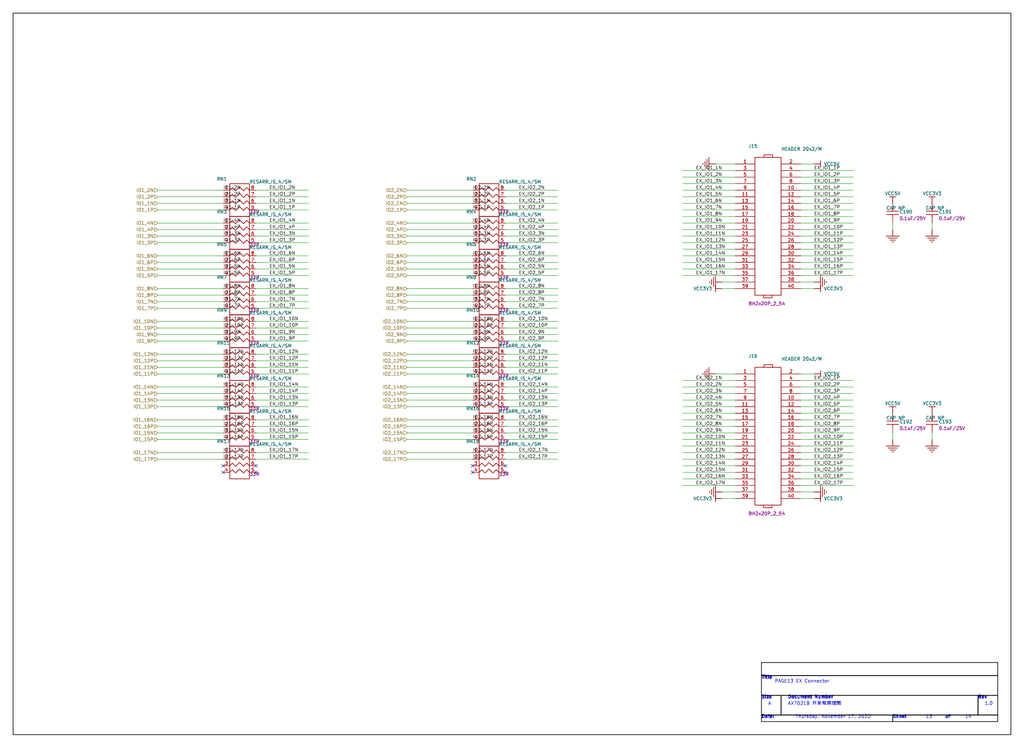
<source format=kicad_sch>
(kicad_sch (version 20231120) (generator "eeschema") (generator_version "8.0")
  (paper "User" 396.24 289.56)
  (title_block (title "PAGE13 EX Connector"))
  (no_connect (at 99.06 180.34))
  (no_connect (at 182.88 182.88))
  (no_connect (at 86.36 182.88))
  (no_connect (at 99.06 182.88))
  (no_connect (at 182.88 180.34))
  (no_connect (at 195.58 180.34))
  (no_connect (at 195.58 182.88))
  (no_connect (at 86.36 180.34))
  (wire (pts (xy 195.58 152.4) (xy 215.9 152.4)))
  (wire (pts (xy 182.88 129.54) (xy 157.48 129.54)))
  (wire (pts (xy 314.96 193.04) (xy 309.88 193.04)))
  (wire (pts (xy 314.96 63.5) (xy 309.88 63.5)))
  (wire (pts (xy 264.16 185.42) (xy 284.48 185.42)))
  (wire (pts (xy 86.36 101.6) (xy 60.96 101.6)))
  (wire (pts (xy 309.88 185.42) (xy 330.2 185.42)))
  (wire (pts (xy 264.16 160.02) (xy 284.48 160.02)))
  (wire (pts (xy 264.16 91.44) (xy 284.48 91.44)))
  (wire (pts (xy 284.48 144.78) (xy 276.86 144.78)))
  (wire (pts (xy 86.36 106.68) (xy 60.96 106.68)))
  (wire (pts (xy 195.58 81.28) (xy 215.9 81.28)))
  (wire (pts (xy 86.36 99.06) (xy 60.96 99.06)))
  (wire (pts (xy 345.44 88.9) (xy 345.44 86.36)))
  (wire (pts (xy 264.16 187.96) (xy 284.48 187.96)))
  (wire (pts (xy 182.88 119.38) (xy 157.48 119.38)))
  (wire (pts (xy 264.16 66.04) (xy 284.48 66.04)))
  (wire (pts (xy 182.88 152.4) (xy 157.48 152.4)))
  (wire (pts (xy 99.06 177.8) (xy 119.38 177.8)))
  (wire (pts (xy 86.36 149.86) (xy 60.96 149.86)))
  (wire (pts (xy 182.88 101.6) (xy 157.48 101.6)))
  (wire (pts (xy 99.06 116.84) (xy 119.38 116.84)))
  (wire (pts (xy 195.58 91.44) (xy 215.9 91.44)))
  (wire (pts (xy 309.88 93.98) (xy 330.2 93.98)))
  (wire (pts (xy 264.16 147.32) (xy 284.48 147.32)))
  (wire (pts (xy 182.88 91.44) (xy 157.48 91.44)))
  (wire (pts (xy 99.06 137.16) (xy 119.38 137.16)))
  (wire (pts (xy 182.88 167.64) (xy 157.48 167.64)))
  (wire (pts (xy 99.06 124.46) (xy 119.38 124.46)))
  (wire (pts (xy 195.58 129.54) (xy 215.9 129.54)))
  (wire (pts (xy 99.06 99.06) (xy 119.38 99.06)))
  (wire (pts (xy 182.88 86.36) (xy 157.48 86.36)))
  (wire (pts (xy 86.36 139.7) (xy 60.96 139.7)))
  (wire (pts (xy 195.58 116.84) (xy 215.9 116.84)))
  (wire (pts (xy 182.88 142.24) (xy 157.48 142.24)))
  (wire (pts (xy 86.36 165.1) (xy 60.96 165.1)))
  (wire (pts (xy 182.88 124.46) (xy 157.48 124.46)))
  (wire (pts (xy 86.36 116.84) (xy 60.96 116.84)))
  (wire (pts (xy 309.88 160.02) (xy 330.2 160.02)))
  (wire (pts (xy 195.58 104.14) (xy 215.9 104.14)))
  (wire (pts (xy 264.16 152.4) (xy 284.48 152.4)))
  (wire (pts (xy 86.36 152.4) (xy 60.96 152.4)))
  (wire (pts (xy 284.48 111.76) (xy 279.4 111.76)))
  (wire (pts (xy 86.36 76.2) (xy 60.96 76.2)))
  (wire (pts (xy 182.88 88.9) (xy 157.48 88.9)))
  (wire (pts (xy 182.88 132.08) (xy 157.48 132.08)))
  (wire (pts (xy 99.06 88.9) (xy 119.38 88.9)))
  (wire (pts (xy 86.36 86.36) (xy 60.96 86.36)))
  (wire (pts (xy 182.88 116.84) (xy 157.48 116.84)))
  (wire (pts (xy 309.88 152.4) (xy 330.2 152.4)))
  (wire (pts (xy 264.16 172.72) (xy 284.48 172.72)))
  (wire (pts (xy 99.06 157.48) (xy 119.38 157.48)))
  (wire (pts (xy 264.16 76.2) (xy 284.48 76.2)))
  (wire (pts (xy 99.06 165.1) (xy 119.38 165.1)))
  (wire (pts (xy 195.58 175.26) (xy 215.9 175.26)))
  (wire (pts (xy 86.36 81.28) (xy 60.96 81.28)))
  (wire (pts (xy 264.16 78.74) (xy 284.48 78.74)))
  (wire (pts (xy 309.88 167.64) (xy 330.2 167.64)))
  (wire (pts (xy 86.36 111.76) (xy 60.96 111.76)))
  (wire (pts (xy 182.88 76.2) (xy 157.48 76.2)))
  (wire (pts (xy 86.36 114.3) (xy 60.96 114.3)))
  (wire (pts (xy 86.36 91.44) (xy 60.96 91.44)))
  (wire (pts (xy 99.06 78.74) (xy 119.38 78.74)))
  (wire (pts (xy 284.48 193.04) (xy 279.4 193.04)))
  (wire (pts (xy 314.96 144.78) (xy 309.88 144.78)))
  (wire (pts (xy 195.58 154.94) (xy 215.9 154.94)))
  (wire (pts (xy 264.16 149.86) (xy 284.48 149.86)))
  (wire (pts (xy 309.88 157.48) (xy 330.2 157.48)))
  (wire (pts (xy 309.88 165.1) (xy 330.2 165.1)))
  (wire (pts (xy 309.88 177.8) (xy 330.2 177.8)))
  (wire (pts (xy 195.58 106.68) (xy 215.9 106.68)))
  (wire (pts (xy 195.58 101.6) (xy 215.9 101.6)))
  (wire (pts (xy 309.88 149.86) (xy 330.2 149.86)))
  (wire (pts (xy 264.16 96.52) (xy 284.48 96.52)))
  (wire (pts (xy 264.16 81.28) (xy 284.48 81.28)))
  (wire (pts (xy 99.06 111.76) (xy 119.38 111.76)))
  (wire (pts (xy 309.88 170.18) (xy 330.2 170.18)))
  (wire (pts (xy 195.58 119.38) (xy 215.9 119.38)))
  (wire (pts (xy 99.06 127) (xy 119.38 127)))
  (wire (pts (xy 86.36 170.18) (xy 60.96 170.18)))
  (wire (pts (xy 264.16 165.1) (xy 284.48 165.1)))
  (wire (pts (xy 264.16 162.56) (xy 284.48 162.56)))
  (wire (pts (xy 264.16 86.36) (xy 284.48 86.36)))
  (wire (pts (xy 309.88 182.88) (xy 330.2 182.88)))
  (wire (pts (xy 264.16 170.18) (xy 284.48 170.18)))
  (wire (pts (xy 264.16 154.94) (xy 284.48 154.94)))
  (wire (pts (xy 86.36 119.38) (xy 60.96 119.38)))
  (wire (pts (xy 99.06 139.7) (xy 119.38 139.7)))
  (wire (pts (xy 195.58 127) (xy 215.9 127)))
  (wire (pts (xy 86.36 142.24) (xy 60.96 142.24)))
  (wire (pts (xy 86.36 88.9) (xy 60.96 88.9)))
  (wire (pts (xy 182.88 78.74) (xy 157.48 78.74)))
  (wire (pts (xy 195.58 124.46) (xy 215.9 124.46)))
  (wire (pts (xy 195.58 93.98) (xy 215.9 93.98)))
  (wire (pts (xy 195.58 114.3) (xy 215.9 114.3)))
  (wire (pts (xy 309.88 83.82) (xy 330.2 83.82)))
  (wire (pts (xy 309.88 101.6) (xy 330.2 101.6)))
  (wire (pts (xy 182.88 154.94) (xy 157.48 154.94)))
  (wire (pts (xy 86.36 162.56) (xy 60.96 162.56)))
  (wire (pts (xy 264.16 83.82) (xy 284.48 83.82)))
  (wire (pts (xy 86.36 127) (xy 60.96 127)))
  (wire (pts (xy 195.58 139.7) (xy 215.9 139.7)))
  (wire (pts (xy 264.16 73.66) (xy 284.48 73.66)))
  (wire (pts (xy 309.88 78.74) (xy 330.2 78.74)))
  (wire (pts (xy 264.16 175.26) (xy 284.48 175.26)))
  (wire (pts (xy 195.58 88.9) (xy 215.9 88.9)))
  (wire (pts (xy 99.06 119.38) (xy 119.38 119.38)))
  (wire (pts (xy 86.36 132.08) (xy 60.96 132.08)))
  (wire (pts (xy 182.88 114.3) (xy 157.48 114.3)))
  (wire (pts (xy 99.06 154.94) (xy 119.38 154.94)))
  (wire (pts (xy 86.36 175.26) (xy 60.96 175.26)))
  (wire (pts (xy 195.58 157.48) (xy 215.9 157.48)))
  (wire (pts (xy 182.88 139.7) (xy 157.48 139.7)))
  (wire (pts (xy 182.88 170.18) (xy 157.48 170.18)))
  (wire (pts (xy 195.58 167.64) (xy 215.9 167.64)))
  (wire (pts (xy 264.16 180.34) (xy 284.48 180.34)))
  (wire (pts (xy 99.06 81.28) (xy 119.38 81.28)))
  (wire (pts (xy 309.88 66.04) (xy 330.2 66.04)))
  (wire (pts (xy 182.88 144.78) (xy 157.48 144.78)))
  (wire (pts (xy 309.88 106.68) (xy 330.2 106.68)))
  (wire (pts (xy 195.58 177.8) (xy 215.9 177.8)))
  (wire (pts (xy 182.88 157.48) (xy 157.48 157.48)))
  (wire (pts (xy 309.88 81.28) (xy 330.2 81.28)))
  (wire (pts (xy 99.06 152.4) (xy 119.38 152.4)))
  (wire (pts (xy 86.36 144.78) (xy 60.96 144.78)))
  (wire (pts (xy 309.88 99.06) (xy 330.2 99.06)))
  (wire (pts (xy 99.06 142.24) (xy 119.38 142.24)))
  (wire (pts (xy 86.36 93.98) (xy 60.96 93.98)))
  (wire (pts (xy 99.06 129.54) (xy 119.38 129.54)))
  (wire (pts (xy 182.88 175.26) (xy 157.48 175.26)))
  (wire (pts (xy 195.58 73.66) (xy 215.9 73.66)))
  (wire (pts (xy 86.36 137.16) (xy 60.96 137.16)))
  (wire (pts (xy 314.96 109.22) (xy 309.88 109.22)))
  (wire (pts (xy 309.88 88.9) (xy 330.2 88.9)))
  (wire (pts (xy 309.88 172.72) (xy 330.2 172.72)))
  (wire (pts (xy 309.88 86.36) (xy 330.2 86.36)))
  (wire (pts (xy 284.48 190.5) (xy 279.4 190.5)))
  (wire (pts (xy 309.88 154.94) (xy 330.2 154.94)))
  (wire (pts (xy 264.16 104.14) (xy 284.48 104.14)))
  (wire (pts (xy 99.06 76.2) (xy 119.38 76.2)))
  (wire (pts (xy 99.06 162.56) (xy 119.38 162.56)))
  (wire (pts (xy 264.16 68.58) (xy 284.48 68.58)))
  (wire (pts (xy 195.58 165.1) (xy 215.9 165.1)))
  (wire (pts (xy 99.06 149.86) (xy 119.38 149.86)))
  (wire (pts (xy 99.06 101.6) (xy 119.38 101.6)))
  (wire (pts (xy 314.96 190.5) (xy 309.88 190.5)))
  (wire (pts (xy 314.96 111.76) (xy 309.88 111.76)))
  (wire (pts (xy 99.06 167.64) (xy 119.38 167.64)))
  (wire (pts (xy 309.88 76.2) (xy 330.2 76.2)))
  (wire (pts (xy 195.58 86.36) (xy 215.9 86.36)))
  (wire (pts (xy 309.88 187.96) (xy 330.2 187.96)))
  (wire (pts (xy 264.16 99.06) (xy 284.48 99.06)))
  (wire (pts (xy 99.06 106.68) (xy 119.38 106.68)))
  (wire (pts (xy 182.88 104.14) (xy 157.48 104.14)))
  (wire (pts (xy 99.06 175.26) (xy 119.38 175.26)))
  (wire (pts (xy 99.06 144.78) (xy 119.38 144.78)))
  (wire (pts (xy 309.88 71.12) (xy 330.2 71.12)))
  (wire (pts (xy 182.88 149.86) (xy 157.48 149.86)))
  (wire (pts (xy 309.88 68.58) (xy 330.2 68.58)))
  (wire (pts (xy 99.06 86.36) (xy 119.38 86.36)))
  (wire (pts (xy 86.36 124.46) (xy 60.96 124.46)))
  (wire (pts (xy 182.88 99.06) (xy 157.48 99.06)))
  (wire (pts (xy 182.88 81.28) (xy 157.48 81.28)))
  (wire (pts (xy 182.88 73.66) (xy 157.48 73.66)))
  (wire (pts (xy 360.68 170.18) (xy 360.68 167.64)))
  (wire (pts (xy 309.88 91.44) (xy 330.2 91.44)))
  (wire (pts (xy 182.88 177.8) (xy 157.48 177.8)))
  (wire (pts (xy 195.58 142.24) (xy 215.9 142.24)))
  (wire (pts (xy 182.88 165.1) (xy 157.48 165.1)))
  (wire (pts (xy 195.58 78.74) (xy 215.9 78.74)))
  (wire (pts (xy 195.58 170.18) (xy 215.9 170.18)))
  (wire (pts (xy 182.88 137.16) (xy 157.48 137.16)))
  (wire (pts (xy 264.16 71.12) (xy 284.48 71.12)))
  (wire (pts (xy 264.16 157.48) (xy 284.48 157.48)))
  (wire (pts (xy 195.58 111.76) (xy 215.9 111.76)))
  (wire (pts (xy 99.06 170.18) (xy 119.38 170.18)))
  (wire (pts (xy 86.36 167.64) (xy 60.96 167.64)))
  (wire (pts (xy 309.88 175.26) (xy 330.2 175.26)))
  (wire (pts (xy 309.88 104.14) (xy 330.2 104.14)))
  (wire (pts (xy 264.16 106.68) (xy 284.48 106.68)))
  (wire (pts (xy 264.16 88.9) (xy 284.48 88.9)))
  (wire (pts (xy 264.16 177.8) (xy 284.48 177.8)))
  (wire (pts (xy 309.88 96.52) (xy 330.2 96.52)))
  (wire (pts (xy 309.88 73.66) (xy 330.2 73.66)))
  (wire (pts (xy 182.88 162.56) (xy 157.48 162.56)))
  (wire (pts (xy 99.06 104.14) (xy 119.38 104.14)))
  (wire (pts (xy 345.44 170.18) (xy 345.44 167.64)))
  (wire (pts (xy 86.36 73.66) (xy 60.96 73.66)))
  (wire (pts (xy 309.88 180.34) (xy 330.2 180.34)))
  (wire (pts (xy 182.88 127) (xy 157.48 127)))
  (wire (pts (xy 360.68 88.9) (xy 360.68 86.36)))
  (wire (pts (xy 86.36 154.94) (xy 60.96 154.94)))
  (wire (pts (xy 264.16 101.6) (xy 284.48 101.6)))
  (wire (pts (xy 99.06 132.08) (xy 119.38 132.08)))
  (wire (pts (xy 195.58 144.78) (xy 215.9 144.78)))
  (wire (pts (xy 195.58 132.08) (xy 215.9 132.08)))
  (wire (pts (xy 86.36 104.14) (xy 60.96 104.14)))
  (wire (pts (xy 264.16 182.88) (xy 284.48 182.88)))
  (wire (pts (xy 195.58 76.2) (xy 215.9 76.2)))
  (wire (pts (xy 86.36 177.8) (xy 60.96 177.8)))
  (wire (pts (xy 182.88 93.98) (xy 157.48 93.98)))
  (wire (pts (xy 99.06 93.98) (xy 119.38 93.98)))
  (wire (pts (xy 195.58 162.56) (xy 215.9 162.56)))
  (wire (pts (xy 86.36 129.54) (xy 60.96 129.54)))
  (wire (pts (xy 195.58 99.06) (xy 215.9 99.06)))
  (wire (pts (xy 182.88 106.68) (xy 157.48 106.68)))
  (wire (pts (xy 86.36 157.48) (xy 60.96 157.48)))
  (wire (pts (xy 284.48 63.5) (xy 276.86 63.5)))
  (wire (pts (xy 182.88 111.76) (xy 157.48 111.76)))
  (wire (pts (xy 86.36 78.74) (xy 60.96 78.74)))
  (wire (pts (xy 195.58 149.86) (xy 215.9 149.86)))
  (wire (pts (xy 309.88 162.56) (xy 330.2 162.56)))
  (wire (pts (xy 99.06 73.66) (xy 119.38 73.66)))
  (wire (pts (xy 284.48 109.22) (xy 279.4 109.22)))
  (wire (pts (xy 264.16 167.64) (xy 284.48 167.64)))
  (wire (pts (xy 264.16 93.98) (xy 284.48 93.98)))
  (wire (pts (xy 99.06 114.3) (xy 119.38 114.3)))
  (wire (pts (xy 309.88 147.32) (xy 330.2 147.32)))
  (wire (pts (xy 195.58 137.16) (xy 215.9 137.16)))
  (wire (pts (xy 99.06 91.44) (xy 119.38 91.44)))
  (rectangle (start 386.08 276.86) (end 345.44 279.4) (stroke (width 0.254) (color 0 0 0 1)))
  (rectangle (start 302.26 269.24) (end 294.64 276.86) (stroke (width 0.254) (color 0 0 0 1)))
  (rectangle (start 391.16 5.08) (end 5.08 284.48) (stroke (width 0.254) (color 0 0 0 1)))
  (rectangle (start 345.44 276.86) (end 294.64 279.4) (stroke (width 0.254) (color 0 0 0 1)))
  (rectangle (start 386.08 269.24) (end 378.46 276.86) (stroke (width 0.254) (color 0 0 0 1)))
  (rectangle (start 378.46 269.24) (end 302.26 276.86) (stroke (width 0.254) (color 0 0 0 1)))
  (rectangle (start 386.08 256.54) (end 294.64 261.62) (stroke (width 0.254) (color 0 0 0 1)))
  (rectangle (start 386.08 261.62) (end 294.64 269.24) (stroke (width 0.254) (color 0 0 0 1)))
  (text "Size" (at 294.64 269.24 0) (effects (font (size 1.27 1.27)) (justify left top)))
  (text "Document Number" (at 304.8 269.24 0) (effects (font (size 1.27 1.27)) (justify left top)))
  (text "of" (at 365.76 276.86 0) (effects (font (size 1.27 1.27)) (justify left top)))
  (text "of" (at 365.76 276.86 0) (effects (font (size 1.27 1.27)) (justify left top)))
  (text "Rev" (at 378.46 269.24 0) (effects (font (size 1.27 1.27)) (justify left top)))
  (text "Title" (at 294.64 261.62 0) (effects (font (size 1.27 1.27)) (justify left top)))
  (text "Document Number" (at 304.8 269.24 0) (effects (font (size 1.27 1.27)) (justify left top)))
  (text "Title" (at 294.64 261.62 0) (effects (font (size 1.27 1.27)) (justify left top)))
  (text "Date:" (at 294.64 276.86 0) (effects (font (size 1.27 1.27)) (justify left top)))
  (text "Document Number" (at 304.8 269.24 0) (effects (font (size 1.27 1.27)) (justify left top)))
  (text "Title" (at 294.64 261.62 0) (effects (font (size 1.27 1.27)) (justify left top)))
  (text "Document Number" (at 304.8 269.24 0) (effects (font (size 1.27 1.27)) (justify left top)))
  (text "Size" (at 294.64 269.24 0) (effects (font (size 1.27 1.27)) (justify left top)))
  (text "Size" (at 294.64 269.24 0) (effects (font (size 1.27 1.27)) (justify left top)))
  (text "Sheet" (at 345.44 276.86 0) (effects (font (size 1.27 1.27)) (justify left top)))
  (text "Date:" (at 294.64 276.86 0) (effects (font (size 1.27 1.27)) (justify left top)))
  (text "Size" (at 294.64 269.24 0) (effects (font (size 1.27 1.27)) (justify left top)))
  (text "Sheet" (at 345.44 276.86 0) (effects (font (size 1.27 1.27)) (justify left top)))
  (text "Rev" (at 378.46 269.24 0) (effects (font (size 1.27 1.27)) (justify left top)))
  (text "Size" (at 294.64 269.24 0) (effects (font (size 1.27 1.27)) (justify left top)))
  (text "Sheet" (at 345.44 276.86 0) (effects (font (size 1.27 1.27)) (justify left top)))
  (text "Date:" (at 294.64 276.86 0) (effects (font (size 1.27 1.27)) (justify left top)))
  (text "Date:" (at 294.64 276.86 0) (effects (font (size 1.27 1.27)) (justify left top)))
  (text "Size" (at 294.64 269.24 0) (effects (font (size 1.27 1.27)) (justify left top)))
  (text "Sheet" (at 345.44 276.86 0) (effects (font (size 1.27 1.27)) (justify left top)))
  (text "Document Number" (at 304.8 269.24 0) (effects (font (size 1.27 1.27)) (justify left top)))
  (text "of" (at 365.76 276.86 0) (effects (font (size 1.27 1.27)) (justify left top)))
  (text "Rev" (at 378.46 269.24 0) (effects (font (size 1.27 1.27)) (justify left top)))
  (text "PAGE13 EX Connector" (at 299.72 263.144 0) (effects (font (size 1.27 1.27)) (justify left top)))
  (text "Date:" (at 294.64 276.86 0) (effects (font (size 1.27 1.27)) (justify left top)))
  (text "of" (at 365.76 276.86 0) (effects (font (size 1.27 1.27)) (justify left top)))
  (text "of" (at 365.76 276.86 0) (effects (font (size 1.27 1.27)) (justify left top)))
  (text "Sheet" (at 345.44 276.86 0) (effects (font (size 1.27 1.27)) (justify left top)))
  (text "Size" (at 294.64 269.24 0) (effects (font (size 1.27 1.27)) (justify left top)))
  (text "Size" (at 294.64 269.24 0) (effects (font (size 1.27 1.27)) (justify left top)))
  (text "Sheet" (at 345.44 276.86 0) (effects (font (size 1.27 1.27)) (justify left top)))
  (text "Sheet" (at 345.44 276.86 0) (effects (font (size 1.27 1.27)) (justify left top)))
  (text "Rev" (at 378.46 269.24 0) (effects (font (size 1.27 1.27)) (justify left top)))
  (text "13" (at 358.14 276.86 0) (effects (font (size 1.27 1.27)) (justify left top)))
  (text "Sheet" (at 345.44 276.86 0) (effects (font (size 1.27 1.27)) (justify left top)))
  (text "Document Number" (at 304.8 269.24 0) (effects (font (size 1.27 1.27)) (justify left top)))
  (text "of" (at 365.76 276.86 0) (effects (font (size 1.27 1.27)) (justify left top)))
  (text "Rev" (at 378.46 269.24 0) (effects (font (size 1.27 1.27)) (justify left top)))
  (text "Sheet" (at 345.44 276.86 0) (effects (font (size 1.27 1.27)) (justify left top)))
  (text "Size" (at 294.64 269.24 0) (effects (font (size 1.27 1.27)) (justify left top)))
  (text "Document Number" (at 304.8 269.24 0) (effects (font (size 1.27 1.27)) (justify left top)))
  (text "of" (at 365.76 276.86 0) (effects (font (size 1.27 1.27)) (justify left top)))
  (text "Document Number" (at 304.8 269.24 0) (effects (font (size 1.27 1.27)) (justify left top)))
  (text "Title" (at 294.64 261.62 0) (effects (font (size 1.27 1.27)) (justify left top)))
  (text "Title" (at 294.64 261.62 0) (effects (font (size 1.27 1.27)) (justify left top)))
  (text "of" (at 365.76 276.86 0) (effects (font (size 1.27 1.27)) (justify left top)))
  (text "Document Number" (at 304.8 269.24 0) (effects (font (size 1.27 1.27)) (justify left top)))
  (text "of" (at 365.76 276.86 0) (effects (font (size 1.27 1.27)) (justify left top)))
  (text "Document Number" (at 304.8 269.24 0) (effects (font (size 1.27 1.27)) (justify left top)))
  (text "Date:" (at 294.64 276.86 0) (effects (font (size 1.27 1.27)) (justify left top)))
  (text "Document Number" (at 304.8 269.24 0) (effects (font (size 1.27 1.27)) (justify left top)))
  (text "of" (at 365.76 276.86 0) (effects (font (size 1.27 1.27)) (justify left top)))
  (text "1.0" (at 381 271.78 0) (effects (font (size 1.27 1.27)) (justify left top)))
  (text "Title" (at 294.64 261.62 0) (effects (font (size 1.27 1.27)) (justify left top)))
  (text "of" (at 365.76 276.86 0) (effects (font (size 1.27 1.27)) (justify left top)))
  (text "Date:" (at 294.64 276.86 0) (effects (font (size 1.27 1.27)) (justify left top)))
  (text "Title" (at 294.64 261.62 0) (effects (font (size 1.27 1.27)) (justify left top)))
  (text "Sheet" (at 345.44 276.86 0) (effects (font (size 1.27 1.27)) (justify left top)))
  (text "Document Number" (at 304.8 269.24 0) (effects (font (size 1.27 1.27)) (justify left top)))
  (text "Title" (at 294.64 261.62 0) (effects (font (size 1.27 1.27)) (justify left top)))
  (text "Sheet" (at 345.44 276.86 0) (effects (font (size 1.27 1.27)) (justify left top)))
  (text "Sheet" (at 345.44 276.86 0) (effects (font (size 1.27 1.27)) (justify left top)))
  (text "Title" (at 294.64 261.62 0) (effects (font (size 1.27 1.27)) (justify left top)))
  (text "Rev" (at 378.46 269.24 0) (effects (font (size 1.27 1.27)) (justify left top)))
  (text "Date:" (at 294.64 276.86 0) (effects (font (size 1.27 1.27)) (justify left top)))
  (text "Date:" (at 294.64 276.86 0) (effects (font (size 1.27 1.27)) (justify left top)))
  (text "Date:" (at 294.64 276.86 0) (effects (font (size 1.27 1.27)) (justify left top)))
  (text "Rev" (at 378.46 269.24 0) (effects (font (size 1.27 1.27)) (justify left top)))
  (text "Title" (at 294.64 261.62 0) (effects (font (size 1.27 1.27)) (justify left top)))
  (text "of" (at 365.76 276.86 0) (effects (font (size 1.27 1.27)) (justify left top)))
  (text "Size" (at 294.64 269.24 0) (effects (font (size 1.27 1.27)) (justify left top)))
  (text "Rev" (at 378.46 269.24 0) (effects (font (size 1.27 1.27)) (justify left top)))
  (text "Title" (at 294.64 261.62 0) (effects (font (size 1.27 1.27)) (justify left top)))
  (text "Size" (at 294.64 269.24 0) (effects (font (size 1.27 1.27)) (justify left top)))
  (text "Sheet" (at 345.44 276.86 0) (effects (font (size 1.27 1.27)) (justify left top)))
  (text "Title" (at 294.64 261.62 0) (effects (font (size 1.27 1.27)) (justify left top)))
  (text "AX7021B 开发板原理图" (at 304.8 271.78 0) (effects (font (size 1.27 1.27)) (justify left top)))
  (text "Document Number" (at 304.8 269.24 0) (effects (font (size 1.27 1.27)) (justify left top)))
  (text "Date:" (at 294.64 276.86 0) (effects (font (size 1.27 1.27)) (justify left top)))
  (text "Date:" (at 294.64 276.86 0) (effects (font (size 1.27 1.27)) (justify left top)))
  (text "Rev" (at 378.46 269.24 0) (effects (font (size 1.27 1.27)) (justify left top)))
  (text "Size" (at 294.64 269.24 0) (effects (font (size 1.27 1.27)) (justify left top)))
  (text "Title" (at 294.64 261.62 0) (effects (font (size 1.27 1.27)) (justify left top)))
  (text "Thursday, November 17, 2022" (at 307.848 276.86 0) (effects (font (size 1.27 1.27)) (justify left top)))
  (text "Rev" (at 378.46 269.24 0) (effects (font (size 1.27 1.27)) (justify left top)))
  (text "of" (at 365.76 276.86 0) (effects (font (size 1.27 1.27)) (justify left top)))
  (text "Rev" (at 378.46 269.24 0) (effects (font (size 1.27 1.27)) (justify left top)))
  (text "Rev" (at 378.46 269.24 0) (effects (font (size 1.27 1.27)) (justify left top)))
  (text "Size" (at 294.64 269.24 0) (effects (font (size 1.27 1.27)) (justify left top)))
  (text "Date:" (at 294.64 276.86 0) (effects (font (size 1.27 1.27)) (justify left top)))
  (text "Rev" (at 378.46 269.24 0) (effects (font (size 1.27 1.27)) (justify left top)))
  (text "A" (at 297.18 271.78 0) (effects (font (size 1.27 1.27)) (justify left top)))
  (text "14" (at 373.38 276.86 0) (effects (font (size 1.27 1.27)) (justify left top)))
  (label "EX_IO2_16P" (at 314.96 185.42 0))
  (label "EX_IO1_1N" (at 104.14 78.74 0))
  (label "EX_IO2_11N" (at 200.66 142.24 0))
  (label "EX_IO1_14P" (at 104.14 152.4 0))
  (label "EX_IO2_3P" (at 200.66 93.98 0))
  (label "EX_IO1_6N" (at 104.14 99.06 0))
  (label "IO2_7P" (at 182.88 119.38 0))
  (label "EX_IO1_15N" (at 269.24 101.6 0))
  (label "EX_IO1_1N" (at 269.24 66.04 0))
  (label "IO1_2N" (at 86.36 73.66 0))
  (label "EX_IO1_9P" (at 104.14 132.08 0))
  (label "EX_IO1_11P" (at 104.14 144.78 0))
  (label "IO1_6P" (at 86.36 101.6 0))
  (label "EX_IO1_12P" (at 314.96 93.98 0))
  (label "IO2_15P" (at 182.88 170.18 0))
  (label "EX_IO1_12N" (at 104.14 137.16 0))
  (label "IO2_6P" (at 182.88 101.6 0))
  (label "EX_IO2_3P" (at 314.96 152.4 0))
  (label "EX_IO2_4P" (at 200.66 88.9 0))
  (label "IO2_2P" (at 182.88 76.2 0))
  (label "IO2_1P" (at 182.88 81.28 0))
  (label "IO2_2N" (at 182.88 73.66 0))
  (label "IO2_16P" (at 182.88 165.1 0))
  (label "IO1_14N" (at 86.36 149.86 0))
  (label "IO1_12P" (at 86.36 139.7 0))
  (label "EX_IO1_16P" (at 104.14 165.1 0))
  (label "IO1_4N" (at 86.36 86.36 0))
  (label "EX_IO1_14P" (at 314.96 99.06 0))
  (label "IO2_5N" (at 182.88 104.14 0))
  (label "EX_IO1_10P" (at 314.96 88.9 0))
  (label "EX_IO2_15N" (at 200.66 167.64 0))
  (label "EX_IO2_16P" (at 200.66 165.1 0))
  (label "EX_IO2_15N" (at 269.24 182.88 0))
  (label "EX_IO2_12P" (at 200.66 139.7 0))
  (label "IO2_8N" (at 182.88 111.76 0))
  (label "EX_IO1_6P" (at 104.14 101.6 0))
  (label "EX_IO2_5N" (at 200.66 104.14 0))
  (label "EX_IO2_2P" (at 314.96 149.86 0))
  (label "EX_IO1_16P" (at 314.96 104.14 0))
  (label "EX_IO2_2N" (at 269.24 149.86 0))
  (label "EX_IO2_8P" (at 314.96 165.1 0))
  (label "IO2_13P" (at 182.88 157.48 0))
  (label "EX_IO1_5P" (at 104.14 106.68 0))
  (label "IO1_10P" (at 86.36 127 0))
  (label "IO1_10N" (at 86.36 124.46 0))
  (label "IO1_1N" (at 86.36 78.74 0))
  (label "IO1_8N" (at 86.36 111.76 0))
  (label "IO1_7P" (at 86.36 119.38 0))
  (label "EX_IO2_5N" (at 269.24 157.48 0))
  (label "EX_IO1_16N" (at 269.24 104.14 0))
  (label "EX_IO2_14N" (at 269.24 180.34 0))
  (label "EX_IO2_13N" (at 269.24 177.8 0))
  (label "IO1_16P" (at 86.36 165.1 0))
  (label "EX_IO2_17P" (at 314.96 187.96 0))
  (label "EX_IO2_1N" (at 269.24 147.32 0))
  (label "IO2_11P" (at 182.88 144.78 0))
  (label "EX_IO2_14N" (at 200.66 149.86 0))
  (label "EX_IO1_3N" (at 104.14 91.44 0))
  (label "IO2_3N" (at 182.88 91.44 0))
  (label "EX_IO1_7P" (at 314.96 81.28 0))
  (label "EX_IO1_6N" (at 269.24 78.74 0))
  (label "IO2_12P" (at 182.88 139.7 0))
  (label "IO1_16N" (at 86.36 162.56 0))
  (label "EX_IO2_7N" (at 200.66 116.84 0))
  (label "EX_IO2_9P" (at 200.66 132.08 0))
  (label "EX_IO2_6N" (at 269.24 160.02 0))
  (label "EX_IO1_1P" (at 314.96 66.04 0))
  (label "EX_IO1_16N" (at 104.14 162.56 0))
  (label "IO2_17N" (at 182.88 175.26 0))
  (label "EX_IO2_16N" (at 269.24 185.42 0))
  (label "IO2_4P" (at 182.88 88.9 0))
  (label "EX_IO1_4N" (at 269.24 73.66 0))
  (label "EX_IO1_9N" (at 269.24 86.36 0))
  (label "IO2_11N" (at 182.88 142.24 0))
  (label "IO1_5N" (at 86.36 104.14 0))
  (label "EX_IO1_12N" (at 269.24 93.98 0))
  (label "EX_IO2_14P" (at 200.66 152.4 0))
  (label "EX_IO2_4N" (at 200.66 86.36 0))
  (label "EX_IO1_10N" (at 104.14 124.46 0))
  (label "EX_IO1_2N" (at 269.24 68.58 0))
  (label "EX_IO2_4P" (at 314.96 154.94 0))
  (label "EX_IO2_10N" (at 200.66 124.46 0))
  (label "IO2_5P" (at 182.88 106.68 0))
  (label "EX_IO1_13P" (at 104.14 157.48 0))
  (label "EX_IO2_9P" (at 314.96 167.64 0))
  (label "EX_IO2_8N" (at 200.66 111.76 0))
  (label "EX_IO2_2P" (at 200.66 76.2 0))
  (label "EX_IO2_5P" (at 314.96 157.48 0))
  (label "EX_IO1_2P" (at 104.14 76.2 0))
  (label "IO2_16N" (at 182.88 162.56 0))
  (label "EX_IO1_3N" (at 269.24 71.12 0))
  (label "EX_IO1_2N" (at 104.14 73.66 0))
  (label "EX_IO2_5P" (at 200.66 106.68 0))
  (label "EX_IO2_11P" (at 200.66 144.78 0))
  (label "EX_IO2_15P" (at 314.96 182.88 0))
  (label "IO2_10N" (at 182.88 124.46 0))
  (label "IO2_3P" (at 182.88 93.98 0))
  (label "IO2_13N" (at 182.88 154.94 0))
  (label "EX_IO2_16N" (at 200.66 162.56 0))
  (label "EX_IO2_12P" (at 314.96 175.26 0))
  (label "EX_IO1_3P" (at 314.96 71.12 0))
  (label "EX_IO1_15N" (at 104.14 167.64 0))
  (label "EX_IO1_13P" (at 314.96 96.52 0))
  (label "EX_IO1_8N" (at 269.24 83.82 0))
  (label "EX_IO1_4N" (at 104.14 86.36 0))
  (label "EX_IO2_1P" (at 314.96 147.32 0))
  (label "EX_IO1_17N" (at 104.14 175.26 0))
  (label "EX_IO1_15P" (at 314.96 101.6 0))
  (label "EX_IO1_9N" (at 104.14 129.54 0))
  (label "EX_IO1_17P" (at 314.96 106.68 0))
  (label "EX_IO2_10P" (at 200.66 127 0))
  (label "EX_IO1_11P" (at 314.96 91.44 0))
  (label "EX_IO1_4P" (at 104.14 88.9 0))
  (label "EX_IO2_12N" (at 269.24 175.26 0))
  (label "EX_IO1_4P" (at 314.96 73.66 0))
  (label "EX_IO1_2P" (at 314.96 68.58 0))
  (label "EX_IO2_7P" (at 200.66 119.38 0))
  (label "EX_IO1_11N" (at 104.14 142.24 0))
  (label "IO2_9P" (at 182.88 132.08 0))
  (label "IO1_2P" (at 86.36 76.2 0))
  (label "EX_IO1_14N" (at 104.14 149.86 0))
  (label "IO1_13P" (at 86.36 157.48 0))
  (label "IO2_9N" (at 182.88 129.54 0))
  (label "EX_IO2_13N" (at 200.66 154.94 0))
  (label "IO2_6N" (at 182.88 99.06 0))
  (label "EX_IO1_7N" (at 269.24 81.28 0))
  (label "EX_IO1_5P" (at 314.96 76.2 0))
  (label "IO1_7N" (at 86.36 116.84 0))
  (label "IO1_15P" (at 86.36 170.18 0))
  (label "EX_IO2_17N" (at 269.24 187.96 0))
  (label "EX_IO1_5N" (at 269.24 76.2 0))
  (label "IO1_6N" (at 86.36 99.06 0))
  (label "EX_IO1_8P" (at 104.14 114.3 0))
  (label "EX_IO1_8N" (at 104.14 111.76 0))
  (label "IO2_15N" (at 182.88 167.64 0))
  (label "EX_IO1_10N" (at 269.24 88.9 0))
  (label "EX_IO2_10N" (at 269.24 170.18 0))
  (label "IO1_9N" (at 86.36 129.54 0))
  (label "IO1_3N" (at 86.36 91.44 0))
  (label "EX_IO2_10P" (at 314.96 170.18 0))
  (label "EX_IO2_8N" (at 269.24 165.1 0))
  (label "EX_IO1_15P" (at 104.14 170.18 0))
  (label "EX_IO2_7N" (at 269.24 162.56 0))
  (label "IO1_3P" (at 86.36 93.98 0))
  (label "EX_IO1_13N" (at 269.24 96.52 0))
  (label "EX_IO2_8P" (at 200.66 114.3 0))
  (label "EX_IO2_11N" (at 269.24 172.72 0))
  (label "EX_IO2_12N" (at 200.66 137.16 0))
  (label "IO2_17P" (at 182.88 177.8 0))
  (label "EX_IO1_11N" (at 269.24 91.44 0))
  (label "EX_IO2_9N" (at 269.24 167.64 0))
  (label "IO1_15N" (at 86.36 167.64 0))
  (label "IO2_1N" (at 182.88 78.74 0))
  (label "IO1_11N" (at 86.36 142.24 0))
  (label "IO1_17N" (at 86.36 175.26 0))
  (label "EX_IO2_3N" (at 200.66 91.44 0))
  (label "EX_IO2_3N" (at 269.24 152.4 0))
  (label "IO2_8P" (at 182.88 114.3 0))
  (label "EX_IO2_7P" (at 314.96 162.56 0))
  (label "IO1_11P" (at 86.36 144.78 0))
  (label "EX_IO2_6N" (at 200.66 99.06 0))
  (label "EX_IO1_1P" (at 104.14 81.28 0))
  (label "IO2_10P" (at 182.88 127 0))
  (label "EX_IO1_17N" (at 269.24 106.68 0))
  (label "IO1_17P" (at 86.36 177.8 0))
  (label "IO2_4N" (at 182.88 86.36 0))
  (label "EX_IO1_6P" (at 314.96 78.74 0))
  (label "EX_IO2_17P" (at 200.66 177.8 0))
  (label "EX_IO2_17N" (at 200.66 175.26 0))
  (label "IO1_1P" (at 86.36 81.28 0))
  (label "EX_IO1_9P" (at 314.96 86.36 0))
  (label "EX_IO2_9N" (at 200.66 129.54 0))
  (label "IO2_7N" (at 182.88 116.84 0))
  (label "EX_IO2_11P" (at 314.96 172.72 0))
  (label "EX_IO2_15P" (at 200.66 170.18 0))
  (label "EX_IO2_14P" (at 314.96 180.34 0))
  (label "EX_IO1_17P" (at 104.14 177.8 0))
  (label "IO2_12N" (at 182.88 137.16 0))
  (label "EX_IO1_8P" (at 314.96 83.82 0))
  (label "EX_IO2_6P" (at 200.66 101.6 0))
  (label "EX_IO1_5N" (at 104.14 104.14 0))
  (label "IO2_14N" (at 182.88 149.86 0))
  (label "IO1_13N" (at 86.36 154.94 0))
  (label "IO1_4P" (at 86.36 88.9 0))
  (label "IO1_12N" (at 86.36 137.16 0))
  (label "EX_IO1_7P" (at 104.14 119.38 0))
  (label "IO1_9P" (at 86.36 132.08 0))
  (label "EX_IO1_13N" (at 104.14 154.94 0))
  (label "EX_IO1_3P" (at 104.14 93.98 0))
  (label "EX_IO2_13P" (at 314.96 177.8 0))
  (label "EX_IO2_1P" (at 200.66 81.28 0))
  (label "EX_IO2_13P" (at 200.66 157.48 0))
  (label "EX_IO2_6P" (at 314.96 160.02 0))
  (label "EX_IO2_4N" (at 269.24 154.94 0))
  (label "EX_IO1_14N" (at 269.24 99.06 0))
  (label "IO1_5P" (at 86.36 106.68 0))
  (label "EX_IO1_12P" (at 104.14 139.7 0))
  (label "IO1_8P" (at 86.36 114.3 0))
  (label "EX_IO1_7N" (at 104.14 116.84 0))
  (label "IO2_14P" (at 182.88 152.4 0))
  (label "IO1_14P" (at 86.36 152.4 0))
  (label "EX_IO1_10P" (at 104.14 127 0))
  (label "EX_IO2_2N" (at 200.66 73.66 0))
  (label "EX_IO2_1N" (at 200.66 78.74 0))
  (hierarchical_label "IO2_3N" (shape input) (at 157.48 91.44 180))
  (hierarchical_label "IO1_10N" (shape input) (at 60.96 124.46 180))
  (hierarchical_label "IO2_6N" (shape input) (at 157.48 99.06 180))
  (hierarchical_label "IO1_17N" (shape input) (at 60.96 175.26 180))
  (hierarchical_label "IO1_7N" (shape input) (at 60.96 116.84 180))
  (hierarchical_label "IO2_5P" (shape input) (at 157.48 106.68 180))
  (hierarchical_label "IO2_4P" (shape input) (at 157.48 88.9 180))
  (hierarchical_label "IO1_13P" (shape input) (at 60.96 157.48 180))
  (hierarchical_label "IO1_13N" (shape input) (at 60.96 154.94 180))
  (hierarchical_label "IO2_2N" (shape input) (at 157.48 73.66 180))
  (hierarchical_label "IO1_6P" (shape input) (at 60.96 101.6 180))
  (hierarchical_label "IO2_10P" (shape input) (at 157.48 127 180))
  (hierarchical_label "IO2_2P" (shape input) (at 157.48 76.2 180))
  (hierarchical_label "IO1_4P" (shape input) (at 60.96 88.9 180))
  (hierarchical_label "IO1_11P" (shape input) (at 60.96 144.78 180))
  (hierarchical_label "IO2_13N" (shape input) (at 157.48 154.94 180))
  (hierarchical_label "IO2_12P" (shape input) (at 157.48 139.7 180))
  (hierarchical_label "IO1_12N" (shape input) (at 60.96 137.16 180))
  (hierarchical_label "IO2_6P" (shape input) (at 157.48 101.6 180))
  (hierarchical_label "IO2_3P" (shape input) (at 157.48 93.98 180))
  (hierarchical_label "IO1_16P" (shape input) (at 60.96 165.1 180))
  (hierarchical_label "IO2_16P" (shape input) (at 157.48 165.1 180))
  (hierarchical_label "IO2_13P" (shape input) (at 157.48 157.48 180))
  (hierarchical_label "IO1_2N" (shape input) (at 60.96 73.66 180))
  (hierarchical_label "IO1_8P" (shape input) (at 60.96 114.3 180))
  (hierarchical_label "IO1_12P" (shape input) (at 60.96 139.7 180))
  (hierarchical_label "IO2_11N" (shape input) (at 157.48 142.24 180))
  (hierarchical_label "IO1_15P" (shape input) (at 60.96 170.18 180))
  (hierarchical_label "IO1_8N" (shape input) (at 60.96 111.76 180))
  (hierarchical_label "IO2_7P" (shape input) (at 157.48 119.38 180))
  (hierarchical_label "IO1_1N" (shape input) (at 60.96 78.74 180))
  (hierarchical_label "IO2_17P" (shape input) (at 157.48 177.8 180))
  (hierarchical_label "IO1_7P" (shape input) (at 60.96 119.38 180))
  (hierarchical_label "IO2_15P" (shape input) (at 157.48 170.18 180))
  (hierarchical_label "IO1_1P" (shape input) (at 60.96 81.28 180))
  (hierarchical_label "IO1_14N" (shape input) (at 60.96 149.86 180))
  (hierarchical_label "IO2_10N" (shape input) (at 157.48 124.46 180))
  (hierarchical_label "IO1_15N" (shape input) (at 60.96 167.64 180))
  (hierarchical_label "IO1_17P" (shape input) (at 60.96 177.8 180))
  (hierarchical_label "IO2_17N" (shape input) (at 157.48 175.26 180))
  (hierarchical_label "IO2_1N" (shape input) (at 157.48 78.74 180))
  (hierarchical_label "IO2_8N" (shape input) (at 157.48 111.76 180))
  (hierarchical_label "IO2_14P" (shape input) (at 157.48 152.4 180))
  (hierarchical_label "IO1_9N" (shape input) (at 60.96 129.54 180))
  (hierarchical_label "IO2_8P" (shape input) (at 157.48 114.3 180))
  (hierarchical_label "IO1_4N" (shape input) (at 60.96 86.36 180))
  (hierarchical_label "IO2_16N" (shape input) (at 157.48 162.56 180))
  (hierarchical_label "IO1_9P" (shape input) (at 60.96 132.08 180))
  (hierarchical_label "IO1_10P" (shape input) (at 60.96 127 180))
  (hierarchical_label "IO2_11P" (shape input) (at 157.48 144.78 180))
  (hierarchical_label "IO2_14N" (shape input) (at 157.48 149.86 180))
  (hierarchical_label "IO2_1P" (shape input) (at 157.48 81.28 180))
  (hierarchical_label "IO2_5N" (shape input) (at 157.48 104.14 180))
  (hierarchical_label "IO2_4N" (shape input) (at 157.48 86.36 180))
  (hierarchical_label "IO1_2P" (shape input) (at 60.96 76.2 180))
  (hierarchical_label "IO1_3P" (shape input) (at 60.96 93.98 180))
  (hierarchical_label "IO1_5N" (shape input) (at 60.96 104.14 180))
  (hierarchical_label "IO2_15N" (shape input) (at 157.48 167.64 180))
  (hierarchical_label "IO2_7N" (shape input) (at 157.48 116.84 180))
  (hierarchical_label "IO2_9N" (shape input) (at 157.48 129.54 180))
  (hierarchical_label "IO1_11N" (shape input) (at 60.96 142.24 180))
  (hierarchical_label "IO1_5P" (shape input) (at 60.96 106.68 180))
  (hierarchical_label "IO2_9P" (shape input) (at 157.48 132.08 180))
  (hierarchical_label "IO2_12N" (shape input) (at 157.48 137.16 180))
  (hierarchical_label "IO1_6N" (shape input) (at 60.96 99.06 180))
  (hierarchical_label "IO1_3N" (shape input) (at 60.96 91.44 180))
  (hierarchical_label "IO1_16N" (shape input) (at 60.96 162.56 180))
  (hierarchical_label "IO1_14P" (shape input) (at 60.96 152.4 180))
  (symbol (lib_id "getting sheets-altium-import:root_3_RESARR_IS_4/SM") (at 193.04 121.92 0) (unit 1)
    (property "Reference" "RN10" (at 180.34 119.38 0) (effects (justify left top)))
    (property "Value" "RESARR_IS_4/SM" (at 193.04 121.92 0) (effects (justify left bottom)))
    (property "SYMBOL" "RESARR_IS_4/SM" (effects (hide yes)))
    (property "DEVICE" "RESARR_IS_4/SM" (effects (hide yes)))
    (property "PCB FOOTPRINT" "RN-8P" (effects (hide yes)))
    (property "SOURCE PACKAGE" "RESARR_IS_4/SM" (effects (hide yes)))
    (property "PRIMITIVE" "DEFAULT" (effects (hide yes)))
    (property "VA" "排阻" (effects (hide yes)))
    (property "ALTIUM_VALUE" "33R" (at 193.04 132.08 0) (effects (justify left top)))
    (property "IMPLEMENTATION TYPE" "<none>" (effects (hide yes)))
    (property "POWER PINS VISIBLE" "False" (effects (hide yes)))
    (property "ADD INTO BOM" "yes" (effects (hide yes)))
    (property "CONVERT TO PCB" "yes" (effects (hide yes)))
    (property "ORIGIN FOOTPRINT" "RN-8P" (effects (hide yes)))
  )
  (symbol (lib_id "getting sheets-altium-import:VCC3V3_BAR") (at 279.4 193.04 270) (unit 1)
    (property "Reference" "#PWR?" (effects (hide yes)))
    (property "Value" "VCC3V3" (at 275.59 193.04 90) (effects (justify right)))
  )
  (symbol (lib_id "getting sheets-altium-import:root_0_mirrored_HEADER 20x2/M") (at 302.26 139.7 0) (unit 1)
    (property "Reference" "J16" (at 289.56 137.16 0) (effects (justify left top)))
    (property "Value" "HEADER 20x2/M" (at 302.26 139.7 0) (effects (justify left bottom)))
    (property "SYMBOL" "HEADER 20x2/M" (effects (hide yes)))
    (property "DEVICE" "HEADER 20x2/M" (effects (hide yes)))
    (property "PCB FOOTPRINT" "IDC-40J" (effects (hide yes)))
    (property "SOURCE PACKAGE" "HEADER 20x2/M" (effects (hide yes)))
    (property "PRIMITIVE" "DEFAULT" (effects (hide yes)))
    (property "VA" "2x20P简牛座" (effects (hide yes)))
    (property "ALTIUM_VALUE" "BH2x20P_2_54" (at 289.56 198.12 0) (effects (justify left top)))
    (property "IMPLEMENTATION TYPE" "<none>" (effects (hide yes)))
    (property "POWER PINS VISIBLE" "False" (effects (hide yes)))
    (property "ADD INTO BOM" "yes" (effects (hide yes)))
    (property "CONVERT TO PCB" "yes" (effects (hide yes)))
    (property "ORIGIN FOOTPRINT" "IDC-40J" (effects (hide yes)))
  )
  (symbol (lib_id "getting sheets-altium-import:root_3_RESARR_IS_4/SM") (at 96.52 109.22 0) (unit 1)
    (property "Reference" "RN7" (at 83.82 106.68 0) (effects (justify left top)))
    (property "Value" "RESARR_IS_4/SM" (at 96.52 109.22 0) (effects (justify left bottom)))
    (property "SYMBOL" "RESARR_IS_4/SM" (effects (hide yes)))
    (property "DEVICE" "RESARR_IS_4/SM" (effects (hide yes)))
    (property "PCB FOOTPRINT" "RN-8P" (effects (hide yes)))
    (property "SOURCE PACKAGE" "RESARR_IS_4/SM" (effects (hide yes)))
    (property "PRIMITIVE" "DEFAULT" (effects (hide yes)))
    (property "VA" "排阻" (effects (hide yes)))
    (property "ALTIUM_VALUE" "33R" (at 96.52 119.38 0) (effects (justify left top)))
    (property "IMPLEMENTATION TYPE" "<none>" (effects (hide yes)))
    (property "POWER PINS VISIBLE" "False" (effects (hide yes)))
    (property "ADD INTO BOM" "yes" (effects (hide yes)))
    (property "CONVERT TO PCB" "yes" (effects (hide yes)))
    (property "ORIGIN FOOTPRINT" "RN-8P" (effects (hide yes)))
  )
  (symbol (lib_id "getting sheets-altium-import:root_0_mirrored_HEADER 20x2/M") (at 302.26 58.42 0) (unit 1)
    (property "Reference" "J15" (at 289.56 55.88 0) (effects (justify left top)))
    (property "Value" "HEADER 20x2/M" (at 302.26 58.42 0) (effects (justify left bottom)))
    (property "SYMBOL" "HEADER 20x2/M" (effects (hide yes)))
    (property "DEVICE" "HEADER 20x2/M" (effects (hide yes)))
    (property "PCB FOOTPRINT" "IDC-40J" (effects (hide yes)))
    (property "SOURCE PACKAGE" "HEADER 20x2/M" (effects (hide yes)))
    (property "PRIMITIVE" "DEFAULT" (effects (hide yes)))
    (property "VA" "2x20P简牛座" (effects (hide yes)))
    (property "ALTIUM_VALUE" "BH2x20P_2_54" (at 289.56 116.84 0) (effects (justify left top)))
    (property "IMPLEMENTATION TYPE" "<none>" (effects (hide yes)))
    (property "POWER PINS VISIBLE" "False" (effects (hide yes)))
    (property "ADD INTO BOM" "yes" (effects (hide yes)))
    (property "CONVERT TO PCB" "yes" (effects (hide yes)))
    (property "ORIGIN FOOTPRINT" "IDC-40J" (effects (hide yes)))
  )
  (symbol (lib_id "getting sheets-altium-import:VCC5V_BAR") (at 345.44 160.02 180) (unit 1)
    (property "Reference" "#PWR?" (effects (hide yes)))
    (property "Value" "VCC5V" (at 345.44 156.21 0))
  )
  (symbol (lib_id "getting sheets-altium-import:VCC5V_BAR") (at 345.44 78.74 180) (unit 1)
    (property "Reference" "#PWR?" (effects (hide yes)))
    (property "Value" "VCC5V" (at 345.44 74.93 0))
  )
  (symbol (lib_id "getting sheets-altium-import:root_0_CAP NP") (at 342.9 162.56 0) (unit 1)
    (property "Reference" "C192" (at 347.98 162.56 0) (effects (justify left top)))
    (property "Value" "CAP NP" (at 342.9 162.56 0) (effects (justify left bottom)))
    (property "SYMBOL" "CAP NP" (effects (hide yes)))
    (property "DEVICE" "CAP NP" (effects (hide yes)))
    (property "PCB FOOTPRINT" "C0402" (effects (hide yes)))
    (property "SOURCE PACKAGE" "CAP NP" (effects (hide yes)))
    (property "PRIMITIVE" "DEFAULT" (effects (hide yes)))
    (property "VA" "电容" (effects (hide yes)))
    (property "ALTIUM_VALUE" "0.1uF/25V" (at 347.98 165.1 0) (effects (justify left top)))
    (property "IMPLEMENTATION TYPE" "<none>" (effects (hide yes)))
    (property "POWER PINS VISIBLE" "False" (effects (hide yes)))
    (property "ADD INTO BOM" "yes" (effects (hide yes)))
    (property "CONVERT TO PCB" "yes" (effects (hide yes)))
    (property "ORIGIN FOOTPRINT" "C0402" (effects (hide yes)))
  )
  (symbol (lib_id "getting sheets-altium-import:GND_POWER_GROUND") (at 279.4 109.22 270) (unit 1)
    (property "Reference" "#PWR?" (effects (hide yes)))
    (property "Value" "GND" (effects (hide yes)))
  )
  (symbol (lib_id "getting sheets-altium-import:root_3_RESARR_IS_4/SM") (at 96.52 147.32 0) (unit 1)
    (property "Reference" "RN13" (at 83.82 144.78 0) (effects (justify left top)))
    (property "Value" "RESARR_IS_4/SM" (at 96.52 147.32 0) (effects (justify left bottom)))
    (property "SYMBOL" "RESARR_IS_4/SM" (effects (hide yes)))
    (property "DEVICE" "RESARR_IS_4/SM" (effects (hide yes)))
    (property "PCB FOOTPRINT" "RN-8P" (effects (hide yes)))
    (property "SOURCE PACKAGE" "RESARR_IS_4/SM" (effects (hide yes)))
    (property "PRIMITIVE" "DEFAULT" (effects (hide yes)))
    (property "VA" "排阻" (effects (hide yes)))
    (property "ALTIUM_VALUE" "33R" (at 96.52 157.48 0) (effects (justify left top)))
    (property "IMPLEMENTATION TYPE" "<none>" (effects (hide yes)))
    (property "POWER PINS VISIBLE" "False" (effects (hide yes)))
    (property "ADD INTO BOM" "yes" (effects (hide yes)))
    (property "CONVERT TO PCB" "yes" (effects (hide yes)))
    (property "ORIGIN FOOTPRINT" "RN-8P" (effects (hide yes)))
  )
  (symbol (lib_id "getting sheets-altium-import:VCC3V3_BAR") (at 279.4 111.76 270) (unit 1)
    (property "Reference" "#PWR?" (effects (hide yes)))
    (property "Value" "VCC3V3" (at 275.59 111.76 90) (effects (justify right)))
  )
  (symbol (lib_id "getting sheets-altium-import:GND_POWER_GROUND") (at 276.86 144.78 270) (unit 1)
    (property "Reference" "#PWR?" (effects (hide yes)))
    (property "Value" "GND" (effects (hide yes)))
  )
  (symbol (lib_id "getting sheets-altium-import:VCC5V_BAR") (at 314.96 144.78 90) (unit 1)
    (property "Reference" "#PWR?" (effects (hide yes)))
    (property "Value" "VCC5V" (at 318.77 144.78 90) (effects (justify right)))
  )
  (symbol (lib_id "getting sheets-altium-import:VCC3V3_BAR") (at 314.96 193.04 90) (unit 1)
    (property "Reference" "#PWR?" (effects (hide yes)))
    (property "Value" "VCC3V3" (at 318.77 193.04 90) (effects (justify right)))
  )
  (symbol (lib_id "getting sheets-altium-import:root_3_RESARR_IS_4/SM") (at 193.04 71.12 0) (unit 1)
    (property "Reference" "RN2" (at 180.34 68.58 0) (effects (justify left top)))
    (property "Value" "RESARR_IS_4/SM" (at 193.04 71.12 0) (effects (justify left bottom)))
    (property "SYMBOL" "RESARR_IS_4/SM" (effects (hide yes)))
    (property "DEVICE" "RESARR_IS_4/SM" (effects (hide yes)))
    (property "PCB FOOTPRINT" "RN-8P" (effects (hide yes)))
    (property "SOURCE PACKAGE" "RESARR_IS_4/SM" (effects (hide yes)))
    (property "PRIMITIVE" "DEFAULT" (effects (hide yes)))
    (property "VA" "排阻" (effects (hide yes)))
    (property "ALTIUM_VALUE" "33R" (at 193.04 81.28 0) (effects (justify left top)))
    (property "IMPLEMENTATION TYPE" "<none>" (effects (hide yes)))
    (property "POWER PINS VISIBLE" "False" (effects (hide yes)))
    (property "ADD INTO BOM" "yes" (effects (hide yes)))
    (property "CONVERT TO PCB" "yes" (effects (hide yes)))
    (property "ORIGIN FOOTPRINT" "RN-8P" (effects (hide yes)))
  )
  (symbol (lib_id "getting sheets-altium-import:VCC3V3_BAR") (at 360.68 78.74 180) (unit 1)
    (property "Reference" "#PWR?" (effects (hide yes)))
    (property "Value" "VCC3V3" (at 360.68 74.93 0))
  )
  (symbol (lib_id "getting sheets-altium-import:root_3_RESARR_IS_4/SM") (at 193.04 172.72 0) (unit 1)
    (property "Reference" "RN18" (at 180.34 170.18 0) (effects (justify left top)))
    (property "Value" "RESARR_IS_4/SM" (at 193.04 172.72 0) (effects (justify left bottom)))
    (property "SYMBOL" "RESARR_IS_4/SM" (effects (hide yes)))
    (property "DEVICE" "RESARR_IS_4/SM" (effects (hide yes)))
    (property "PCB FOOTPRINT" "RN-8P" (effects (hide yes)))
    (property "SOURCE PACKAGE" "RESARR_IS_4/SM" (effects (hide yes)))
    (property "PRIMITIVE" "DEFAULT" (effects (hide yes)))
    (property "VA" "排阻" (effects (hide yes)))
    (property "ALTIUM_VALUE" "33R" (at 193.04 182.88 0) (effects (justify left top)))
    (property "IMPLEMENTATION TYPE" "<none>" (effects (hide yes)))
    (property "POWER PINS VISIBLE" "False" (effects (hide yes)))
    (property "ADD INTO BOM" "yes" (effects (hide yes)))
    (property "CONVERT TO PCB" "yes" (effects (hide yes)))
    (property "ORIGIN FOOTPRINT" "RN-8P" (effects (hide yes)))
  )
  (symbol (lib_id "getting sheets-altium-import:root_3_RESARR_IS_4/SM") (at 96.52 83.82 0) (unit 1)
    (property "Reference" "RN3" (at 83.82 81.28 0) (effects (justify left top)))
    (property "Value" "RESARR_IS_4/SM" (at 96.52 83.82 0) (effects (justify left bottom)))
    (property "SYMBOL" "RESARR_IS_4/SM" (effects (hide yes)))
    (property "DEVICE" "RESARR_IS_4/SM" (effects (hide yes)))
    (property "PCB FOOTPRINT" "RN-8P" (effects (hide yes)))
    (property "SOURCE PACKAGE" "RESARR_IS_4/SM" (effects (hide yes)))
    (property "PRIMITIVE" "DEFAULT" (effects (hide yes)))
    (property "VA" "排阻" (effects (hide yes)))
    (property "ALTIUM_VALUE" "33R" (at 96.52 93.98 0) (effects (justify left top)))
    (property "IMPLEMENTATION TYPE" "<none>" (effects (hide yes)))
    (property "POWER PINS VISIBLE" "False" (effects (hide yes)))
    (property "ADD INTO BOM" "yes" (effects (hide yes)))
    (property "CONVERT TO PCB" "yes" (effects (hide yes)))
    (property "ORIGIN FOOTPRINT" "RN-8P" (effects (hide yes)))
  )
  (symbol (lib_id "getting sheets-altium-import:root_3_RESARR_IS_4/SM") (at 96.52 160.02 0) (unit 1)
    (property "Reference" "RN15" (at 83.82 157.48 0) (effects (justify left top)))
    (property "Value" "RESARR_IS_4/SM" (at 96.52 160.02 0) (effects (justify left bottom)))
    (property "SYMBOL" "RESARR_IS_4/SM" (effects (hide yes)))
    (property "DEVICE" "RESARR_IS_4/SM" (effects (hide yes)))
    (property "PCB FOOTPRINT" "RN-8P" (effects (hide yes)))
    (property "SOURCE PACKAGE" "RESARR_IS_4/SM" (effects (hide yes)))
    (property "PRIMITIVE" "DEFAULT" (effects (hide yes)))
    (property "VA" "排阻" (effects (hide yes)))
    (property "ALTIUM_VALUE" "33R" (at 96.52 170.18 0) (effects (justify left top)))
    (property "IMPLEMENTATION TYPE" "<none>" (effects (hide yes)))
    (property "POWER PINS VISIBLE" "False" (effects (hide yes)))
    (property "ADD INTO BOM" "yes" (effects (hide yes)))
    (property "CONVERT TO PCB" "yes" (effects (hide yes)))
    (property "ORIGIN FOOTPRINT" "RN-8P" (effects (hide yes)))
  )
  (symbol (lib_id "getting sheets-altium-import:GND_POWER_GROUND") (at 314.96 190.5 90) (unit 1)
    (property "Reference" "#PWR?" (effects (hide yes)))
    (property "Value" "GND" (effects (hide yes)))
  )
  (symbol (lib_id "getting sheets-altium-import:VCC3V3_BAR") (at 360.68 160.02 180) (unit 1)
    (property "Reference" "#PWR?" (effects (hide yes)))
    (property "Value" "VCC3V3" (at 360.68 156.21 0))
  )
  (symbol (lib_id "getting sheets-altium-import:GND_POWER_GROUND") (at 345.44 88.9 0) (unit 1)
    (property "Reference" "#PWR?" (effects (hide yes)))
    (property "Value" "GND" (effects (hide yes)))
  )
  (symbol (lib_id "getting sheets-altium-import:root_3_RESARR_IS_4/SM") (at 193.04 147.32 0) (unit 1)
    (property "Reference" "RN14" (at 180.34 144.78 0) (effects (justify left top)))
    (property "Value" "RESARR_IS_4/SM" (at 193.04 147.32 0) (effects (justify left bottom)))
    (property "SYMBOL" "RESARR_IS_4/SM" (effects (hide yes)))
    (property "DEVICE" "RESARR_IS_4/SM" (effects (hide yes)))
    (property "PCB FOOTPRINT" "RN-8P" (effects (hide yes)))
    (property "SOURCE PACKAGE" "RESARR_IS_4/SM" (effects (hide yes)))
    (property "PRIMITIVE" "DEFAULT" (effects (hide yes)))
    (property "VA" "排阻" (effects (hide yes)))
    (property "ALTIUM_VALUE" "33R" (at 193.04 157.48 0) (effects (justify left top)))
    (property "IMPLEMENTATION TYPE" "<none>" (effects (hide yes)))
    (property "POWER PINS VISIBLE" "False" (effects (hide yes)))
    (property "ADD INTO BOM" "yes" (effects (hide yes)))
    (property "CONVERT TO PCB" "yes" (effects (hide yes)))
    (property "ORIGIN FOOTPRINT" "RN-8P" (effects (hide yes)))
  )
  (symbol (lib_id "getting sheets-altium-import:GND_POWER_GROUND") (at 276.86 63.5 270) (unit 1)
    (property "Reference" "#PWR?" (effects (hide yes)))
    (property "Value" "GND" (effects (hide yes)))
  )
  (symbol (lib_id "getting sheets-altium-import:root_3_RESARR_IS_4/SM") (at 96.52 134.62 0) (unit 1)
    (property "Reference" "RN11" (at 83.82 132.08 0) (effects (justify left top)))
    (property "Value" "RESARR_IS_4/SM" (at 96.52 134.62 0) (effects (justify left bottom)))
    (property "SYMBOL" "RESARR_IS_4/SM" (effects (hide yes)))
    (property "DEVICE" "RESARR_IS_4/SM" (effects (hide yes)))
    (property "PCB FOOTPRINT" "RN-8P" (effects (hide yes)))
    (property "SOURCE PACKAGE" "RESARR_IS_4/SM" (effects (hide yes)))
    (property "PRIMITIVE" "DEFAULT" (effects (hide yes)))
    (property "VA" "排阻" (effects (hide yes)))
    (property "ALTIUM_VALUE" "33R" (at 96.52 144.78 0) (effects (justify left top)))
    (property "IMPLEMENTATION TYPE" "<none>" (effects (hide yes)))
    (property "POWER PINS VISIBLE" "False" (effects (hide yes)))
    (property "ADD INTO BOM" "yes" (effects (hide yes)))
    (property "CONVERT TO PCB" "yes" (effects (hide yes)))
    (property "ORIGIN FOOTPRINT" "RN-8P" (effects (hide yes)))
  )
  (symbol (lib_id "getting sheets-altium-import:root_3_RESARR_IS_4/SM") (at 193.04 83.82 0) (unit 1)
    (property "Reference" "RN4" (at 180.34 81.28 0) (effects (justify left top)))
    (property "Value" "RESARR_IS_4/SM" (at 193.04 83.82 0) (effects (justify left bottom)))
    (property "SYMBOL" "RESARR_IS_4/SM" (effects (hide yes)))
    (property "DEVICE" "RESARR_IS_4/SM" (effects (hide yes)))
    (property "PCB FOOTPRINT" "RN-8P" (effects (hide yes)))
    (property "SOURCE PACKAGE" "RESARR_IS_4/SM" (effects (hide yes)))
    (property "PRIMITIVE" "DEFAULT" (effects (hide yes)))
    (property "VA" "排阻" (effects (hide yes)))
    (property "ALTIUM_VALUE" "33R" (at 193.04 93.98 0) (effects (justify left top)))
    (property "IMPLEMENTATION TYPE" "<none>" (effects (hide yes)))
    (property "POWER PINS VISIBLE" "False" (effects (hide yes)))
    (property "ADD INTO BOM" "yes" (effects (hide yes)))
    (property "CONVERT TO PCB" "yes" (effects (hide yes)))
    (property "ORIGIN FOOTPRINT" "RN-8P" (effects (hide yes)))
  )
  (symbol (lib_id "getting sheets-altium-import:VCC5V_BAR") (at 314.96 63.5 90) (unit 1)
    (property "Reference" "#PWR?" (effects (hide yes)))
    (property "Value" "VCC5V" (at 318.77 63.5 90) (effects (justify right)))
  )
  (symbol (lib_id "getting sheets-altium-import:GND_POWER_GROUND") (at 360.68 88.9 0) (unit 1)
    (property "Reference" "#PWR?" (effects (hide yes)))
    (property "Value" "GND" (effects (hide yes)))
  )
  (symbol (lib_id "getting sheets-altium-import:GND_POWER_GROUND") (at 360.68 170.18 0) (unit 1)
    (property "Reference" "#PWR?" (effects (hide yes)))
    (property "Value" "GND" (effects (hide yes)))
  )
  (symbol (lib_id "getting sheets-altium-import:root_3_RESARR_IS_4/SM") (at 96.52 121.92 0) (unit 1)
    (property "Reference" "RN9" (at 83.82 119.38 0) (effects (justify left top)))
    (property "Value" "RESARR_IS_4/SM" (at 96.52 121.92 0) (effects (justify left bottom)))
    (property "SYMBOL" "RESARR_IS_4/SM" (effects (hide yes)))
    (property "DEVICE" "RESARR_IS_4/SM" (effects (hide yes)))
    (property "PCB FOOTPRINT" "RN-8P" (effects (hide yes)))
    (property "SOURCE PACKAGE" "RESARR_IS_4/SM" (effects (hide yes)))
    (property "PRIMITIVE" "DEFAULT" (effects (hide yes)))
    (property "VA" "排阻" (effects (hide yes)))
    (property "ALTIUM_VALUE" "33R" (at 96.52 132.08 0) (effects (justify left top)))
    (property "IMPLEMENTATION TYPE" "<none>" (effects (hide yes)))
    (property "POWER PINS VISIBLE" "False" (effects (hide yes)))
    (property "ADD INTO BOM" "yes" (effects (hide yes)))
    (property "CONVERT TO PCB" "yes" (effects (hide yes)))
    (property "ORIGIN FOOTPRINT" "RN-8P" (effects (hide yes)))
  )
  (symbol (lib_id "getting sheets-altium-import:root_0_CAP NP") (at 342.9 81.28 0) (unit 1)
    (property "Reference" "C190" (at 347.98 81.28 0) (effects (justify left top)))
    (property "Value" "CAP NP" (at 342.9 81.28 0) (effects (justify left bottom)))
    (property "SYMBOL" "CAP NP" (effects (hide yes)))
    (property "DEVICE" "CAP NP" (effects (hide yes)))
    (property "PCB FOOTPRINT" "C0402" (effects (hide yes)))
    (property "SOURCE PACKAGE" "CAP NP" (effects (hide yes)))
    (property "PRIMITIVE" "DEFAULT" (effects (hide yes)))
    (property "VA" "电容" (effects (hide yes)))
    (property "ALTIUM_VALUE" "0.1uF/25V" (at 347.98 83.82 0) (effects (justify left top)))
    (property "IMPLEMENTATION TYPE" "<none>" (effects (hide yes)))
    (property "POWER PINS VISIBLE" "False" (effects (hide yes)))
    (property "ADD INTO BOM" "yes" (effects (hide yes)))
    (property "CONVERT TO PCB" "yes" (effects (hide yes)))
    (property "ORIGIN FOOTPRINT" "C0402" (effects (hide yes)))
  )
  (symbol (lib_id "getting sheets-altium-import:root_3_RESARR_IS_4/SM") (at 193.04 109.22 0) (unit 1)
    (property "Reference" "RN8" (at 180.34 106.68 0) (effects (justify left top)))
    (property "Value" "RESARR_IS_4/SM" (at 193.04 109.22 0) (effects (justify left bottom)))
    (property "SYMBOL" "RESARR_IS_4/SM" (effects (hide yes)))
    (property "DEVICE" "RESARR_IS_4/SM" (effects (hide yes)))
    (property "PCB FOOTPRINT" "RN-8P" (effects (hide yes)))
    (property "SOURCE PACKAGE" "RESARR_IS_4/SM" (effects (hide yes)))
    (property "PRIMITIVE" "DEFAULT" (effects (hide yes)))
    (property "VA" "排阻" (effects (hide yes)))
    (property "ALTIUM_VALUE" "33R" (at 193.04 119.38 0) (effects (justify left top)))
    (property "IMPLEMENTATION TYPE" "<none>" (effects (hide yes)))
    (property "POWER PINS VISIBLE" "False" (effects (hide yes)))
    (property "ADD INTO BOM" "yes" (effects (hide yes)))
    (property "CONVERT TO PCB" "yes" (effects (hide yes)))
    (property "ORIGIN FOOTPRINT" "RN-8P" (effects (hide yes)))
  )
  (symbol (lib_id "getting sheets-altium-import:root_3_RESARR_IS_4/SM") (at 193.04 96.52 0) (unit 1)
    (property "Reference" "RN6" (at 180.34 93.98 0) (effects (justify left top)))
    (property "Value" "RESARR_IS_4/SM" (at 193.04 96.52 0) (effects (justify left bottom)))
    (property "SYMBOL" "RESARR_IS_4/SM" (effects (hide yes)))
    (property "DEVICE" "RESARR_IS_4/SM" (effects (hide yes)))
    (property "PCB FOOTPRINT" "RN-8P" (effects (hide yes)))
    (property "SOURCE PACKAGE" "RESARR_IS_4/SM" (effects (hide yes)))
    (property "PRIMITIVE" "DEFAULT" (effects (hide yes)))
    (property "VA" "排阻" (effects (hide yes)))
    (property "ALTIUM_VALUE" "33R" (at 193.04 106.68 0) (effects (justify left top)))
    (property "IMPLEMENTATION TYPE" "<none>" (effects (hide yes)))
    (property "POWER PINS VISIBLE" "False" (effects (hide yes)))
    (property "ADD INTO BOM" "yes" (effects (hide yes)))
    (property "CONVERT TO PCB" "yes" (effects (hide yes)))
    (property "ORIGIN FOOTPRINT" "RN-8P" (effects (hide yes)))
  )
  (symbol (lib_id "getting sheets-altium-import:GND_POWER_GROUND") (at 314.96 109.22 90) (unit 1)
    (property "Reference" "#PWR?" (effects (hide yes)))
    (property "Value" "GND" (effects (hide yes)))
  )
  (symbol (lib_id "getting sheets-altium-import:root_3_RESARR_IS_4/SM") (at 193.04 134.62 0) (unit 1)
    (property "Reference" "RN12" (at 180.34 132.08 0) (effects (justify left top)))
    (property "Value" "RESARR_IS_4/SM" (at 193.04 134.62 0) (effects (justify left bottom)))
    (property "SYMBOL" "RESARR_IS_4/SM" (effects (hide yes)))
    (property "DEVICE" "RESARR_IS_4/SM" (effects (hide yes)))
    (property "PCB FOOTPRINT" "RN-8P" (effects (hide yes)))
    (property "SOURCE PACKAGE" "RESARR_IS_4/SM" (effects (hide yes)))
    (property "PRIMITIVE" "DEFAULT" (effects (hide yes)))
    (property "VA" "排阻" (effects (hide yes)))
    (property "ALTIUM_VALUE" "33R" (at 193.04 144.78 0) (effects (justify left top)))
    (property "IMPLEMENTATION TYPE" "<none>" (effects (hide yes)))
    (property "POWER PINS VISIBLE" "False" (effects (hide yes)))
    (property "ADD INTO BOM" "yes" (effects (hide yes)))
    (property "CONVERT TO PCB" "yes" (effects (hide yes)))
    (property "ORIGIN FOOTPRINT" "RN-8P" (effects (hide yes)))
  )
  (symbol (lib_id "getting sheets-altium-import:root_3_RESARR_IS_4/SM") (at 193.04 160.02 0) (unit 1)
    (property "Reference" "RN16" (at 180.34 157.48 0) (effects (justify left top)))
    (property "Value" "RESARR_IS_4/SM" (at 193.04 160.02 0) (effects (justify left bottom)))
    (property "SYMBOL" "RESARR_IS_4/SM" (effects (hide yes)))
    (property "DEVICE" "RESARR_IS_4/SM" (effects (hide yes)))
    (property "PCB FOOTPRINT" "RN-8P" (effects (hide yes)))
    (property "SOURCE PACKAGE" "RESARR_IS_4/SM" (effects (hide yes)))
    (property "PRIMITIVE" "DEFAULT" (effects (hide yes)))
    (property "VA" "排阻" (effects (hide yes)))
    (property "ALTIUM_VALUE" "33R" (at 193.04 170.18 0) (effects (justify left top)))
    (property "IMPLEMENTATION TYPE" "<none>" (effects (hide yes)))
    (property "POWER PINS VISIBLE" "False" (effects (hide yes)))
    (property "ADD INTO BOM" "yes" (effects (hide yes)))
    (property "CONVERT TO PCB" "yes" (effects (hide yes)))
    (property "ORIGIN FOOTPRINT" "RN-8P" (effects (hide yes)))
  )
  (symbol (lib_id "getting sheets-altium-import:GND_POWER_GROUND") (at 279.4 190.5 270) (unit 1)
    (property "Reference" "#PWR?" (effects (hide yes)))
    (property "Value" "GND" (effects (hide yes)))
  )
  (symbol (lib_id "getting sheets-altium-import:VCC3V3_BAR") (at 314.96 111.76 90) (unit 1)
    (property "Reference" "#PWR?" (effects (hide yes)))
    (property "Value" "VCC3V3" (at 318.77 111.76 90) (effects (justify right)))
  )
  (symbol (lib_id "getting sheets-altium-import:root_3_RESARR_IS_4/SM") (at 96.52 71.12 0) (unit 1)
    (property "Reference" "RN1" (at 83.82 68.58 0) (effects (justify left top)))
    (property "Value" "RESARR_IS_4/SM" (at 96.52 71.12 0) (effects (justify left bottom)))
    (property "SYMBOL" "RESARR_IS_4/SM" (effects (hide yes)))
    (property "DEVICE" "RESARR_IS_4/SM" (effects (hide yes)))
    (property "PCB FOOTPRINT" "RN-8P" (effects (hide yes)))
    (property "SOURCE PACKAGE" "RESARR_IS_4/SM" (effects (hide yes)))
    (property "PRIMITIVE" "DEFAULT" (effects (hide yes)))
    (property "VA" "排阻" (effects (hide yes)))
    (property "ALTIUM_VALUE" "33R" (at 96.52 81.28 0) (effects (justify left top)))
    (property "IMPLEMENTATION TYPE" "<none>" (effects (hide yes)))
    (property "POWER PINS VISIBLE" "False" (effects (hide yes)))
    (property "ADD INTO BOM" "yes" (effects (hide yes)))
    (property "CONVERT TO PCB" "yes" (effects (hide yes)))
    (property "ORIGIN FOOTPRINT" "RN-8P" (effects (hide yes)))
  )
  (symbol (lib_id "getting sheets-altium-import:root_3_RESARR_IS_4/SM") (at 96.52 96.52 0) (unit 1)
    (property "Reference" "RN5" (at 83.82 93.98 0) (effects (justify left top)))
    (property "Value" "RESARR_IS_4/SM" (at 96.52 96.52 0) (effects (justify left bottom)))
    (property "SYMBOL" "RESARR_IS_4/SM" (effects (hide yes)))
    (property "DEVICE" "RESARR_IS_4/SM" (effects (hide yes)))
    (property "PCB FOOTPRINT" "RN-8P" (effects (hide yes)))
    (property "SOURCE PACKAGE" "RESARR_IS_4/SM" (effects (hide yes)))
    (property "PRIMITIVE" "DEFAULT" (effects (hide yes)))
    (property "VA" "排阻" (effects (hide yes)))
    (property "ALTIUM_VALUE" "33R" (at 96.52 106.68 0) (effects (justify left top)))
    (property "IMPLEMENTATION TYPE" "<none>" (effects (hide yes)))
    (property "POWER PINS VISIBLE" "False" (effects (hide yes)))
    (property "ADD INTO BOM" "yes" (effects (hide yes)))
    (property "CONVERT TO PCB" "yes" (effects (hide yes)))
    (property "ORIGIN FOOTPRINT" "RN-8P" (effects (hide yes)))
  )
  (symbol (lib_id "getting sheets-altium-import:root_0_CAP NP") (at 358.14 162.56 0) (unit 1)
    (property "Reference" "C193" (at 363.22 162.56 0) (effects (justify left top)))
    (property "Value" "CAP NP" (at 358.14 162.56 0) (effects (justify left bottom)))
    (property "SYMBOL" "CAP NP" (effects (hide yes)))
    (property "DEVICE" "CAP NP" (effects (hide yes)))
    (property "PCB FOOTPRINT" "C0402" (effects (hide yes)))
    (property "SOURCE PACKAGE" "CAP NP" (effects (hide yes)))
    (property "PRIMITIVE" "DEFAULT" (effects (hide yes)))
    (property "VA" "电容" (effects (hide yes)))
    (property "ALTIUM_VALUE" "0.1uF/25V" (at 363.22 165.1 0) (effects (justify left top)))
    (property "IMPLEMENTATION TYPE" "<none>" (effects (hide yes)))
    (property "POWER PINS VISIBLE" "False" (effects (hide yes)))
    (property "ADD INTO BOM" "yes" (effects (hide yes)))
    (property "CONVERT TO PCB" "yes" (effects (hide yes)))
    (property "ORIGIN FOOTPRINT" "C0402" (effects (hide yes)))
  )
  (symbol (lib_id "getting sheets-altium-import:root_0_CAP NP") (at 358.14 81.28 0) (unit 1)
    (property "Reference" "C191" (at 363.22 81.28 0) (effects (justify left top)))
    (property "Value" "CAP NP" (at 358.14 81.28 0) (effects (justify left bottom)))
    (property "SYMBOL" "CAP NP" (effects (hide yes)))
    (property "DEVICE" "CAP NP" (effects (hide yes)))
    (property "PCB FOOTPRINT" "C0402" (effects (hide yes)))
    (property "SOURCE PACKAGE" "CAP NP" (effects (hide yes)))
    (property "PRIMITIVE" "DEFAULT" (effects (hide yes)))
    (property "VA" "电容" (effects (hide yes)))
    (property "ALTIUM_VALUE" "0.1uF/25V" (at 363.22 83.82 0) (effects (justify left top)))
    (property "IMPLEMENTATION TYPE" "<none>" (effects (hide yes)))
    (property "POWER PINS VISIBLE" "False" (effects (hide yes)))
    (property "ADD INTO BOM" "yes" (effects (hide yes)))
    (property "CONVERT TO PCB" "yes" (effects (hide yes)))
    (property "ORIGIN FOOTPRINT" "C0402" (effects (hide yes)))
  )
  (symbol (lib_id "getting sheets-altium-import:GND_POWER_GROUND") (at 345.44 170.18 0) (unit 1)
    (property "Reference" "#PWR?" (effects (hide yes)))
    (property "Value" "GND" (effects (hide yes)))
  )
  (symbol (lib_id "getting sheets-altium-import:root_3_RESARR_IS_4/SM") (at 96.52 172.72 0) (unit 1)
    (property "Reference" "RN17" (at 83.82 170.18 0) (effects (justify left top)))
    (property "Value" "RESARR_IS_4/SM" (at 96.52 172.72 0) (effects (justify left bottom)))
    (property "SYMBOL" "RESARR_IS_4/SM" (effects (hide yes)))
    (property "DEVICE" "RESARR_IS_4/SM" (effects (hide yes)))
    (property "PCB FOOTPRINT" "RN-8P" (effects (hide yes)))
    (property "SOURCE PACKAGE" "RESARR_IS_4/SM" (effects (hide yes)))
    (property "PRIMITIVE" "DEFAULT" (effects (hide yes)))
    (property "VA" "排阻" (effects (hide yes)))
    (property "ALTIUM_VALUE" "33R" (at 96.52 182.88 0) (effects (justify left top)))
    (property "IMPLEMENTATION TYPE" "<none>" (effects (hide yes)))
    (property "POWER PINS VISIBLE" "False" (effects (hide yes)))
    (property "ADD INTO BOM" "yes" (effects (hide yes)))
    (property "CONVERT TO PCB" "yes" (effects (hide yes)))
    (property "ORIGIN FOOTPRINT" "RN-8P" (effects (hide yes)))
  )
)
</source>
